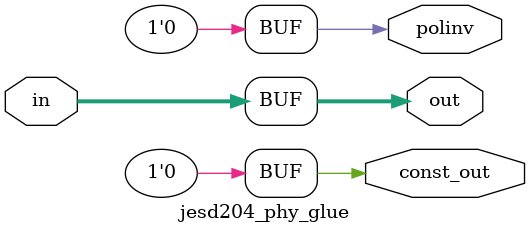
<source format=v>

`timescale 1ns/100ps

module jesd204_phy_glue #(
  parameter WIDTH = 20,
  parameter CONST_WIDTH = 1,
  parameter NUM_OF_LANES = 1,
  parameter LANE_INVERT = 0) (

  input [WIDTH-1:0] in,
  output [WIDTH-1:0] out,
  output [CONST_WIDTH-1:0] const_out,
  output [NUM_OF_LANES-1:0] polinv);

/* There really should be a standard component in Qsys that allows to do this */

assign out = in;
assign const_out = {CONST_WIDTH{1'b0}};
assign polinv = LANE_INVERT[NUM_OF_LANES-1:0];

endmodule

</source>
